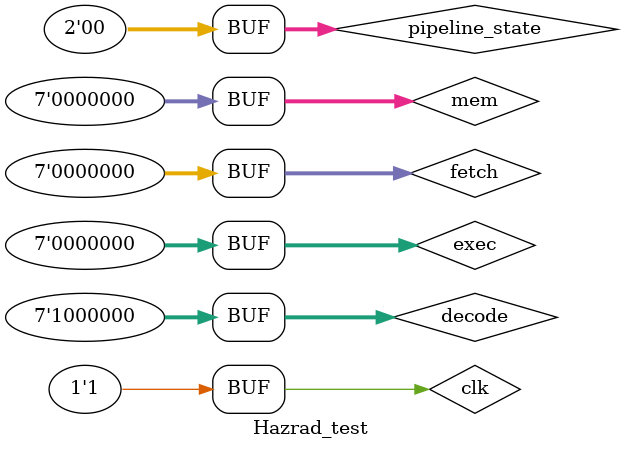
<source format=v>
`timescale 1ns / 1ps


module Hazrad_test;
    reg clk;reg [1:0] pipeline_state;reg [6:0] fetch, decode, exec, mem;wire stall;

    Hazard haz(.clk(clk),.pipeline_state(pipeline_state),.fetch(fetch),.decode(decode),.exec(exec),.mem(mem),.stall(stall));    
   
always begin
   clk = 1;
   #5;
end
    
initial begin
     // No hazard in fetch stage
     pipeline_state = 2'b00;
     fetch = 7'b0000000;
     decode = 7'b0000000;
     exec = 7'b0000000;
     mem = 7'b0000000;
     #10;
            
     //Hazard detection in decode stage (load instruction in execute)
     pipeline_state = 2'b01;
     fetch = 7'b0000000;
     decode = 7'b1000000;
     exec = 7'b0000011;
     mem = 7'b0000000;
     #10;
            
     //Hazard detection in execution stage (load instruction in execution, dependent instruction in memory)
     pipeline_state = 2'b10;
     fetch = 7'b0000000;
     decode = 7'b1000000;
     exec = 7'b0000011;
     mem = 7'b1000000;
     #10;
            
     //Hazard detection in memory stage (load instruction in memory)
     pipeline_state = 2'b11;
     fetch = 7'b0000000;
     decode = 7'b1000000;
     exec = 7'b0000000;
     mem = 7'b0000011;
     #10;
            
     //No hazard
     pipeline_state = 2'b00;
     fetch = 7'b0000000;
     decode = 7'b1000000;
     exec = 7'b0000000;
     mem = 7'b0000000;
     #10;
            
     end
endmodule


  
</source>
